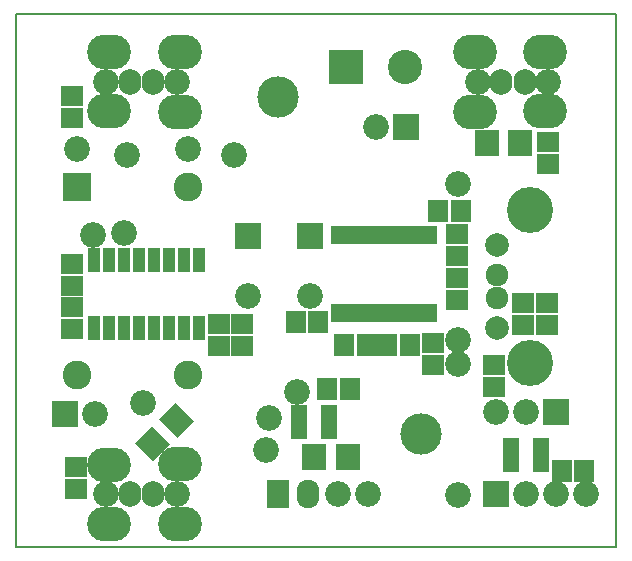
<source format=gbr>
G04 #@! TF.FileFunction,Soldermask,Bot*
%FSLAX46Y46*%
G04 Gerber Fmt 4.6, Leading zero omitted, Abs format (unit mm)*
G04 Created by KiCad (PCBNEW (2015-09-15 BZR 6201)-product) date Fri 01 Apr 2016 05:48:24 PM EEST*
%MOMM*%
G01*
G04 APERTURE LIST*
%ADD10C,0.100000*%
%ADD11C,0.150000*%
%ADD12R,2.178000X2.178000*%
%ADD13C,2.178000*%
%ADD14R,1.697940X1.898600*%
%ADD15R,1.898600X1.697940*%
%ADD16C,2.000200*%
%ADD17C,1.924000*%
%ADD18C,3.900120*%
%ADD19R,1.997660X2.200860*%
%ADD20R,2.432000X2.432000*%
%ADD21C,2.432000*%
%ADD22R,2.899360X2.899360*%
%ADD23C,2.899360*%
%ADD24R,1.035000X2.051000*%
%ADD25R,1.416000X1.035000*%
%ADD26R,1.924000X2.432000*%
%ADD27O,1.924000X2.432000*%
%ADD28C,3.501340*%
%ADD29O,1.924000X2.178000*%
%ADD30O,3.702000X2.940000*%
%ADD31R,0.704800X1.543000*%
G04 APERTURE END LIST*
D10*
D11*
X0Y0D02*
X0Y-45085000D01*
X50800000Y0D02*
X0Y0D01*
X50800000Y-45085000D02*
X50800000Y0D01*
X0Y-45085000D02*
X50800000Y-45085000D01*
D12*
X24892000Y-18796000D03*
D13*
X24892000Y-23876000D03*
D14*
X29715460Y-28003500D03*
X27815540Y-28003500D03*
X31435040Y-28003500D03*
X33334960Y-28003500D03*
D15*
X35306000Y-29715460D03*
X35306000Y-27815540D03*
D14*
X37652960Y-16637000D03*
X35753040Y-16637000D03*
D15*
X44958000Y-24450040D03*
X44958000Y-26349960D03*
X42926000Y-26349960D03*
X42926000Y-24450040D03*
X37338000Y-24190960D03*
X37338000Y-22291040D03*
X37338000Y-20507960D03*
X37338000Y-18608040D03*
D14*
X25587960Y-26035000D03*
X23688040Y-26035000D03*
D16*
X40767000Y-26543000D03*
D17*
X40767000Y-24043640D03*
X40767000Y-22044660D03*
D16*
X40767000Y-19542760D03*
D18*
X43517820Y-29542740D03*
X43517820Y-16543020D03*
D15*
X45085000Y-12697460D03*
X45085000Y-10797540D03*
D12*
X33020000Y-9525000D03*
D13*
X30480000Y-9525000D03*
D12*
X4127500Y-33845500D03*
D13*
X6667500Y-33845500D03*
D19*
X39855140Y-10922000D03*
X42694860Y-10922000D03*
D20*
X5207000Y-14668500D03*
D21*
X14605000Y-14668500D03*
X5207000Y-30543500D03*
X14605000Y-30543500D03*
D22*
X27940000Y-4445000D03*
D23*
X32941260Y-4445000D03*
D15*
X4762500Y-8823960D03*
X4762500Y-6924040D03*
D12*
X19685000Y-18796000D03*
D13*
X19685000Y-23876000D03*
D15*
X17208500Y-26228040D03*
X17208500Y-28127960D03*
X19177000Y-26228040D03*
X19177000Y-28127960D03*
D24*
X6604000Y-20828000D03*
X7874000Y-20828000D03*
X9144000Y-20828000D03*
X10414000Y-20828000D03*
X11684000Y-20828000D03*
X12954000Y-20828000D03*
X14224000Y-20828000D03*
X15494000Y-20828000D03*
X15494000Y-26543000D03*
X14224000Y-26543000D03*
X12954000Y-26543000D03*
X11684000Y-26543000D03*
X10414000Y-26543000D03*
X9144000Y-26543000D03*
X7874000Y-26543000D03*
X6604000Y-26543000D03*
D15*
X5080000Y-38293040D03*
X5080000Y-40192960D03*
X4762500Y-24767540D03*
X4762500Y-26667460D03*
X4762500Y-23047960D03*
X4762500Y-21148040D03*
D10*
G36*
X13505151Y-32881106D02*
X15061394Y-34437349D01*
X13648835Y-35849908D01*
X12092592Y-34293665D01*
X13505151Y-32881106D01*
X13505151Y-32881106D01*
G37*
G36*
X11497165Y-34889092D02*
X13053408Y-36445335D01*
X11640849Y-37857894D01*
X10084606Y-36301651D01*
X11497165Y-34889092D01*
X11497165Y-34889092D01*
G37*
D14*
X28254960Y-31750000D03*
X26355040Y-31750000D03*
D25*
X24003000Y-35496500D03*
X24003000Y-34546540D03*
X24003000Y-33596580D03*
X26543000Y-33596580D03*
X26543000Y-34546540D03*
X26543000Y-35496500D03*
D26*
X22225000Y-40640000D03*
D27*
X24765000Y-40640000D03*
D13*
X27305000Y-40640000D03*
X29845000Y-40640000D03*
D28*
X22225000Y-6985000D03*
X34290000Y-35560000D03*
D15*
X40449500Y-31556960D03*
X40449500Y-29657040D03*
D25*
X44450000Y-36385500D03*
X44450000Y-37335460D03*
X44450000Y-38285420D03*
X41910000Y-38285420D03*
X41910000Y-37335460D03*
X41910000Y-36385500D03*
D14*
X46230540Y-38671500D03*
X48130460Y-38671500D03*
D12*
X40640000Y-40640000D03*
D13*
X43180000Y-40640000D03*
X45720000Y-40640000D03*
X48260000Y-40640000D03*
D12*
X45720000Y-33655000D03*
D13*
X43180000Y-33655000D03*
X40640000Y-33655000D03*
D19*
X25250140Y-37465000D03*
X28089860Y-37465000D03*
D13*
X45085000Y-5715000D03*
D29*
X43085000Y-5715000D03*
X41085000Y-5715000D03*
D13*
X39085000Y-5715000D03*
D30*
X38830000Y-8255000D03*
X38830000Y-3175000D03*
X44835000Y-8215000D03*
X44835000Y-3215000D03*
D13*
X7620000Y-5715000D03*
D29*
X9620000Y-5715000D03*
X11620000Y-5715000D03*
D13*
X13620000Y-5715000D03*
D30*
X13875000Y-3175000D03*
X13875000Y-8255000D03*
X7870000Y-3215000D03*
X7870000Y-8215000D03*
D13*
X7620000Y-40640000D03*
D29*
X9620000Y-40640000D03*
X11620000Y-40640000D03*
D13*
X13620000Y-40640000D03*
D30*
X13875000Y-38100000D03*
X13875000Y-43180000D03*
X7870000Y-38140000D03*
X7870000Y-43140000D03*
D31*
X27051000Y-18669000D03*
X27686000Y-18669000D03*
X28321000Y-18669000D03*
X28956000Y-18669000D03*
X29591000Y-18669000D03*
X30226000Y-18669000D03*
X30861000Y-18669000D03*
X31496000Y-18669000D03*
X32131000Y-18669000D03*
X32766000Y-18669000D03*
X33401000Y-18669000D03*
X34036000Y-18669000D03*
X34671000Y-18669000D03*
X35306000Y-18669000D03*
X35306000Y-25336500D03*
X34671000Y-25336500D03*
X34036000Y-25336500D03*
X33401000Y-25336500D03*
X32766000Y-25336500D03*
X32131000Y-25336500D03*
X31496000Y-25336500D03*
X30861000Y-25336500D03*
X30226000Y-25336500D03*
X29591000Y-25336500D03*
X28956000Y-25336500D03*
X28321000Y-25336500D03*
X27686000Y-25336500D03*
X27051000Y-25336500D03*
D13*
X5207000Y-11430000D03*
X14605000Y-11430000D03*
X37465000Y-27559000D03*
X37465000Y-14351000D03*
X37465000Y-40703500D03*
X37465000Y-29654500D03*
X21209000Y-36893500D03*
X10731500Y-32956500D03*
X9398000Y-11938000D03*
X18478500Y-11938000D03*
X6540500Y-18669000D03*
X21399500Y-34226500D03*
X9144000Y-18542000D03*
X23812500Y-32004000D03*
M02*

</source>
